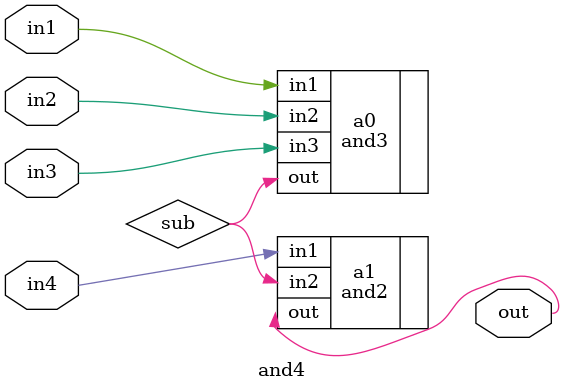
<source format=v>
/*
    CS/ECE 552 Spring '23
    Homework #1, Problem 2

    4 input AND
*/
`default_nettype none
module and4 (out,in1,in2, in3, in4);
    output wire out;
    input wire in1,in2, in3, in4;
    wire sub;
    and3 a0 (.out(sub), .in1(in1), .in2(in2), .in3(in3));
    and2 a1 (.out(out), .in1(in4), .in2(sub));

endmodule
`default_nettype wire
</source>
